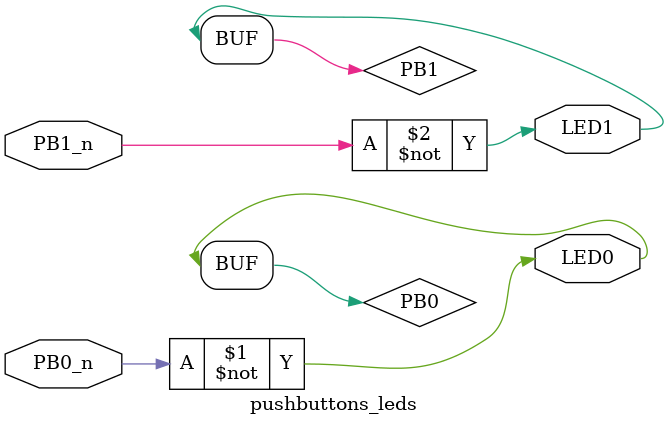
<source format=v>

module pushbuttons_leds(
    input PB0_n,
    input PB1_n,
    output reg LED0,
    output reg LED1
    );

	wire PB0 = ~PB0_n; // PushButton on logipi are active low -> make it active high
	wire PB1 = ~PB1_n; // PushButton on logipi are active low -> make it active high


	always @(PB0 or PB1)
	begin
		LED0 = PB0;
		LED1 = PB1;
	end

endmodule

</source>
